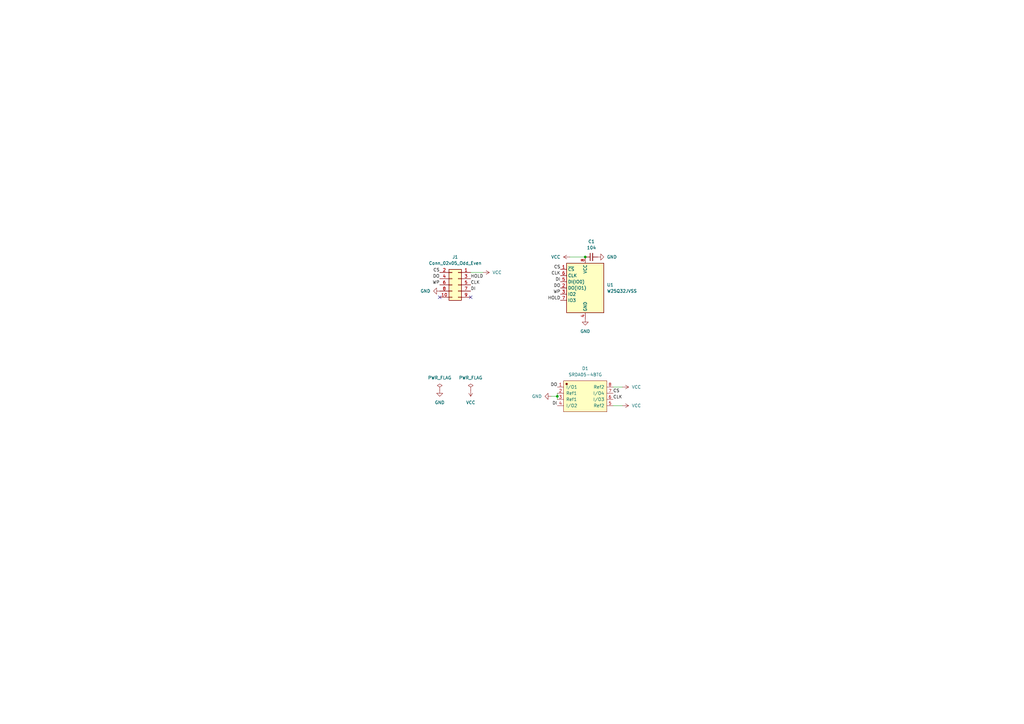
<source format=kicad_sch>
(kicad_sch (version 20230121) (generator eeschema)
  (paper "A3")
  (title_block (title "OMU_Board") (date "2023-12-24") (rev "1.0") (company "CyberTek Inc"))
  (lib_symbols
    (symbol "Connector_Generic:Conn_02x05_Odd_Even" (pin_names (offset 1.016) hide)
      (property "Reference" "J" (at 1.27 7.62 0))
      (property "Value" "Conn_02x05_Odd_Even" (at 1.27 -7.62 0))
      (symbol "Conn_02x05_Odd_Even_1_1"
        (rectangle (start -1.27 -4.953) (end 0 -5.207) (stroke (width 0.1524)))
        (rectangle (start -1.27 -2.413) (end 0 -2.667) (stroke (width 0.1524)))
        (rectangle (start -1.27 0.127) (end 0 -0.127) (stroke (width 0.1524)))
        (rectangle (start -1.27 2.667) (end 0 2.413) (stroke (width 0.1524)))
        (rectangle (start -1.27 5.207) (end 0 4.953) (stroke (width 0.1524)))
        (rectangle (start -1.27 6.35) (end 3.81 -6.35) (stroke (width 0.254)) (fill (type background)))
        (rectangle (start 3.81 -4.953) (end 2.54 -5.207) (stroke (width 0.1524)))
        (rectangle (start 3.81 -2.413) (end 2.54 -2.667) (stroke (width 0.1524)))
        (rectangle (start 3.81 0.127) (end 2.54 -0.127) (stroke (width 0.1524)))
        (rectangle (start 3.81 2.667) (end 2.54 2.413) (stroke (width 0.1524)))
        (rectangle (start 3.81 5.207) (end 2.54 4.953) (stroke (width 0.1524)))
        (pin passive line (at -5.08 5.08 0) (length 3.81) (name "Pin_1") (number "1"))
        (pin passive line (at 7.62 -5.08 180) (length 3.81) (name "Pin_10") (number "10"))
        (pin passive line (at 7.62 5.08 180) (length 3.81) (name "Pin_2") (number "2"))
        (pin passive line (at -5.08 2.54 0) (length 3.81) (name "Pin_3") (number "3"))
        (pin passive line (at 7.62 2.54 180) (length 3.81) (name "Pin_4") (number "4"))
        (pin passive line (at -5.08 0 0) (length 3.81) (name "Pin_5") (number "5"))
        (pin passive line (at 7.62 0 180) (length 3.81) (name "Pin_6") (number "6"))
        (pin passive line (at -5.08 -2.54 0) (length 3.81) (name "Pin_7") (number "7"))
        (pin passive line (at 7.62 -2.54 180) (length 3.81) (name "Pin_8") (number "8"))
        (pin passive line (at -5.08 -5.08 0) (length 3.81) (name "Pin_9") (number "9"))
      )
    )
    (symbol "Device:C_Small" (pin_numbers hide) (pin_names (offset 0.254) hide)
      (property "Reference" "C" (at 0.254 1.778 0))
      (property "Value" "C_Small" (at 0.254 -2.032 0))
      (symbol "C_Small_0_1"
        (polyline (pts (xy -1.524 -0.508) (xy 1.524 -0.508)) (stroke (width 0.3302)))
        (polyline (pts (xy -1.524 0.508) (xy 1.524 0.508)) (stroke (width 0.3048)))
      )
      (symbol "C_Small_1_1"
        (pin passive line (at 0 2.54 270) (length 2.032) (name "~") (number "1"))
        (pin passive line (at 0 -2.54 90) (length 2.032) (name "~") (number "2"))
      )
    )
    (symbol "Extra_Libs:SRDA05-4BTG" (pin_names (offset 1.016))
      (property "Reference" "D" (at 0 8.9662 0))
      (property "Value" "SRDA05-4BTG" (at 0 14.0462 0))
      (symbol "SRDA05-4BTG_1_1"
        (rectangle (start -8.89 6.35) (end 8.89 -6.35) (stroke (width 0.1524)) (fill (type background)))
        (circle (center -7.62 5.08) (radius 0.381) (stroke (width 0.1524)) (fill (type outline)))
        (pin input line (at -11.43 3.81 0) (length 2.54) (name "I/O1") (number "1"))
        (pin input line (at -11.43 1.27 0) (length 2.54) (name "Ref1") (number "2"))
        (pin input line (at -11.43 -1.27 0) (length 2.54) (name "Ref1") (number "3"))
        (pin input line (at -11.43 -3.81 0) (length 2.54) (name "I/O2") (number "4"))
        (pin input line (at 11.43 -3.81 180) (length 2.54) (name "Ref2") (number "5"))
        (pin input line (at 11.43 -1.27 180) (length 2.54) (name "I/O3") (number "6"))
        (pin input line (at 11.43 1.27 180) (length 2.54) (name "I/O4") (number "7"))
        (pin input line (at 11.43 3.81 180) (length 2.54) (name "Ref2") (number "8"))
      )
    )
    (symbol "Memory_Flash:W25Q32JVSS"
      (property "Reference" "U" (at -6.35 11.43 0))
      (property "Value" "W25Q32JVSS" (at 7.62 11.43 0))
      (symbol "W25Q32JVSS_0_1"
        (rectangle (start -7.62 10.16) (end 7.62 -10.16) (stroke (width 0.254)) (fill (type background)))
      )
      (symbol "W25Q32JVSS_1_1"
        (pin input line (at -10.16 7.62 0) (length 2.54) (name "~{CS}") (number "1"))
        (pin bidirectional line (at -10.16 0 0) (length 2.54) (name "DO(IO1)") (number "2"))
        (pin bidirectional line (at -10.16 -2.54 0) (length 2.54) (name "IO2") (number "3"))
        (pin power_in line (at 0 -12.7 90) (length 2.54) (name "GND") (number "4"))
        (pin bidirectional line (at -10.16 2.54 0) (length 2.54) (name "DI(IO0)") (number "5"))
        (pin input line (at -10.16 5.08 0) (length 2.54) (name "CLK") (number "6"))
        (pin bidirectional line (at -10.16 -5.08 0) (length 2.54) (name "IO3") (number "7"))
        (pin power_in line (at 0 12.7 270) (length 2.54) (name "VCC") (number "8"))
      )
    )
    (symbol "power:GND" (power) (pin_names (offset 0))
      (property "Value" "GND" (at 0 -3.81 0))
      (symbol "GND_0_1"
        (polyline (pts (xy 0 0) (xy 0 -1.27) (xy 1.27 -1.27) (xy 0 -2.54) (xy -1.27 -1.27) (xy 0 -1.27)))
      )
      (symbol "GND_1_1"
        (pin power_in line (at 0 0 270) (length 0) hide (name "GND") (number "1"))
      )
    )
    (symbol "power:PWR_FLAG" (power) (pin_numbers hide) (pin_names (offset 0) hide)
      (property "Value" "PWR_FLAG" (at 0 3.81 0))
      (symbol "PWR_FLAG_0_0"
        (pin power_out line (at 0 0 90) (length 0) (name "pwr") (number "1"))
      )
      (symbol "PWR_FLAG_0_1"
        (polyline (pts (xy 0 0) (xy 0 1.27) (xy -1.016 1.905) (xy 0 2.54) (xy 1.016 1.905) (xy 0 1.27)))
      )
    )
    (symbol "power:VCC" (power) (pin_names (offset 0))
      (property "Value" "VCC" (at 0 3.81 0))
      (symbol "VCC_0_1"
        (polyline (pts (xy -0.762 1.27) (xy 0 2.54)))
        (polyline (pts (xy 0 0) (xy 0 2.54)))
        (polyline (pts (xy 0 2.54) (xy 0.762 1.27)))
      )
      (symbol "VCC_1_1"
        (pin power_in line (at 0 0 90) (length 0) hide (name "VCC") (number "1"))
      )
    )
  )
  (junction (at 228.6 162.56))
  (junction (at 240.03 105.41))
  (no_connect (at 180.34 121.92))
  (no_connect (at 193.04 121.92))
  (wire (pts (xy 228.6 162.56) (xy 228.6 163.83)))
  (wire (pts (xy 251.46 158.75) (xy 255.27 158.75)))
  (wire (pts (xy 251.46 166.37) (xy 255.27 166.37)))
  (wire (pts (xy 228.6 161.29) (xy 228.6 162.56)))
  (wire (pts (xy 226.06 162.56) (xy 228.6 162.56)))
  (wire (pts (xy 233.68 105.41) (xy 240.03 105.41)))
  (wire (pts (xy 193.04 111.76) (xy 198.12 111.76)))
  (label "CLK" (at 193.04 116.84 0))
  (label "WP" (at 180.34 116.84 180))
  (label "CS" (at 251.46 161.29 0))
  (label "DI" (at 229.87 115.57 180))
  (label "HOLD" (at 193.04 114.3 0))
  (label "CLK" (at 229.87 113.03 180))
  (label "DO" (at 180.34 114.3 180))
  (label "WP" (at 229.87 120.65 180))
  (label "HOLD" (at 229.87 123.19 180))
  (label "DO" (at 229.87 118.11 180))
  (label "DI" (at 228.6 166.37 180))
  (label "CS" (at 180.34 111.76 180))
  (label "DO" (at 228.6 158.75 180))
  (label "DI" (at 193.04 119.38 0))
  (label "CLK" (at 251.46 163.83 0))
  (label "CS" (at 229.87 110.49 180))
  (symbol (lib_id "power:VCC") (at 255.27 166.37 270) (unit 1)
    (property "Reference" "#PWR010" (effects hide))
    (property "Value" "VCC" (at 259.08 166.37 90) (effects (justify left)))
  )
  (symbol (lib_id "Extra_Libs:SRDA05-4BTG") (at 240.03 162.56 0) (unit 1)
    (property "Reference" "D1" (at 240.03 151.13 0))
    (property "Value" "SRDA05-4BTG" (at 240.03 153.67 0))
    (property "Footprint" "Extra_Libs:SOIC-8_L4.9-W3.9-P1.27-LS6.0-BL" (effects hide))
  )
  (symbol (lib_id "power:VCC") (at 233.68 105.41 90) (unit 1)
    (property "Reference" "#PWR05" (effects hide))
    (property "Value" "VCC" (at 229.87 105.41 90) (effects (justify left)))
  )
  (symbol (lib_id "Connector_Generic:Conn_02x05_Odd_Even") (at 187.96 116.84 0) (mirror y) (unit 1)
    (property "Reference" "J1" (at 186.69 105.41 0))
    (property "Value" "Conn_02x05_Odd_Even" (at 186.69 107.95 0))
    (property "Footprint" "Connector_PinSocket_2.54mm:PinSocket_2x05_P2.54mm_Vertical" (effects hide))
  )
  (symbol (lib_id "power:VCC") (at 255.27 158.75 270) (unit 1)
    (property "Reference" "#PWR09" (effects hide))
    (property "Value" "VCC" (at 259.08 158.75 90) (effects (justify left)))
  )
  (symbol (lib_id "power:PWR_FLAG") (at 180.34 160.02 0) (unit 1)
    (property "Reference" "#FLG01" (effects hide))
    (property "Value" "PWR_FLAG" (at 180.34 154.94 0))
  )
  (symbol (lib_id "power:GND") (at 180.34 119.38 270) (unit 1)
    (property "Reference" "#PWR03" (effects hide))
    (property "Value" "GND" (at 176.53 119.38 90) (effects (justify right)))
  )
  (symbol (lib_id "Device:C_Small") (at 242.57 105.41 90) (unit 1)
    (property "Reference" "C1" (at 242.5763 99.06 90))
    (property "Value" "104" (at 242.5763 101.6 90))
    (property "Footprint" "Capacitor_SMD:C_0603_1608Metric" (effects hide))
  )
  (symbol (lib_id "power:GND") (at 226.06 162.56 270) (unit 1)
    (property "Reference" "#PWR08" (effects hide))
    (property "Value" "GND" (at 222.25 162.56 90) (effects (justify right)))
  )
  (symbol (lib_id "power:GND") (at 180.34 160.02 0) (unit 1)
    (property "Reference" "#PWR01" (effects hide))
    (property "Value" "GND" (at 180.34 165.1 0))
  )
  (symbol (lib_id "power:PWR_FLAG") (at 193.04 160.02 0) (unit 1)
    (property "Reference" "#FLG02" (effects hide))
    (property "Value" "PWR_FLAG" (at 193.04 154.94 0))
  )
  (symbol (lib_id "power:VCC") (at 193.04 160.02 180) (unit 1)
    (property "Reference" "#PWR02" (effects hide))
    (property "Value" "VCC" (at 193.04 165.1 0))
  )
  (symbol (lib_id "Memory_Flash:W25Q32JVSS") (at 240.03 118.11 0) (unit 1)
    (property "Reference" "U1" (at 248.92 116.84 0) (effects (justify left)))
    (property "Value" "W25Q32JVSS" (at 248.92 119.38 0) (effects (justify left)))
    (property "Footprint" "Package_SO:SOIC-8_5.23x5.23mm_P1.27mm" (effects hide))
    (property "Datasheet" "http://www.winbond.com/resource-files/w25q32jv%20revg%2003272018%20plus.pdf" (effects hide))
  )
  (symbol (lib_id "power:GND") (at 240.03 130.81 0) (unit 1)
    (property "Reference" "#PWR06" (effects hide))
    (property "Value" "GND" (at 240.03 135.89 0))
  )
  (symbol (lib_id "power:GND") (at 245.11 105.41 90) (unit 1)
    (property "Reference" "#PWR07" (effects hide))
    (property "Value" "GND" (at 248.92 105.41 90) (effects (justify right)))
  )
  (symbol (lib_id "power:VCC") (at 198.12 111.76 270) (unit 1)
    (property "Reference" "#PWR04" (effects hide))
    (property "Value" "VCC" (at 201.93 111.76 90) (effects (justify left)))
  )
)
</source>
